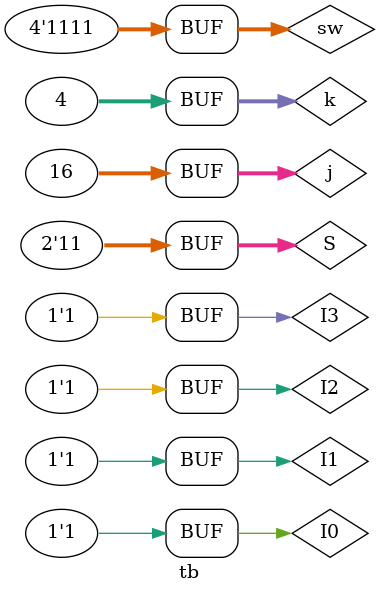
<source format=v>
`timescale 1ns / 1ps

module tb();

reg I3, I2, I1, I0;
reg [1:0] S;
wire sdata;
reg [3:0] sw;
 
mux mux (
    .I3(I3),
    .I2(I2),
    .I1(I1),
    .I0(I0),
    .S(S),
    .Y(sdata)
);
 

integer k;
integer j;

initial
begin
    S = 0;
    I0 = 0;
    I1 = 0;
    I2 = 0;
    I3 = 0;
    sw = 0;
    
        for (k=0; k<4; k=k+1)
        begin
            #20 S = k;
            for (j = 0; j < 16; j=j+1)
            begin
                #20 sw = j;
                #20 I0 = sw[0];
                #20 I1 = sw[1];
                #20 I2 = sw[2];
                #20 I3 = sw[3];
            end
        end
            //#20 $finish;
    
        //#20 $finish;

end




endmodule
</source>
